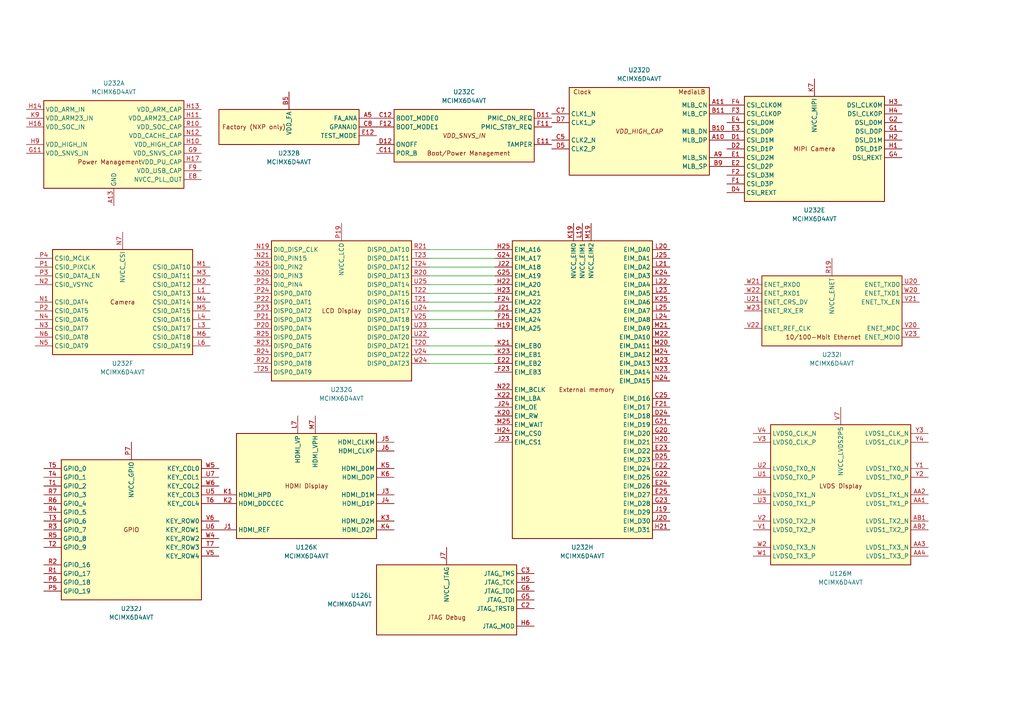
<source format=kicad_sch>
(kicad_sch (version 20250114) (generator "eeschema") (generator_version "9.0")
  (paper "A4")
  (wire (pts (xy 143.51 102.87) (xy 124.46 102.87)))
  (wire (pts (xy 143.51 87.63) (xy 124.46 87.63)))
  (wire (pts (xy 143.51 100.33) (xy 124.46 100.33)))
  (wire (pts (xy 143.51 95.25) (xy 124.46 95.25)))
  (wire (pts (xy 143.51 85.09) (xy 124.46 85.09)))
  (wire (pts (xy 143.51 74.93) (xy 124.46 74.93)))
  (wire (pts (xy 143.51 77.47) (xy 124.46 77.47)))
  (wire (pts (xy 143.51 82.55) (xy 124.46 82.55)))
  (wire (pts (xy 143.51 80.01) (xy 124.46 80.01)))
  (wire (pts (xy 143.51 72.39) (xy 124.46 72.39)))
  (wire (pts (xy 143.51 90.17) (xy 124.46 90.17)))
  (wire (pts (xy 143.51 105.41) (xy 124.46 105.41)))
  (wire (pts (xy 143.51 92.71) (xy 124.46 92.71)))
  (symbol (lib_id "CPU_NXP_IMX:MCIMX6D4AVT") (at 241.3 90.17 0) (unit 9)
    (property "Reference" "U232" (at 241.3 102.87 0))
    (property "Value" "MCIMX6D4AVT" (at 241.3 105.41 0))
    (property "Footprint" "Package_BGA:BGA-624_21x21mm_Layout25x25_P0.8mm" (effects (hide yes)))
    (property "Datasheet" "https://www.nxp.com/docs/en/data-sheet/IMX6DQAEC.pdf" (effects (hide yes)))
    (property "Description" "i.MX 6Dual Automotive and Infotainment Application Processor, BGA-624" (effects (hide yes)))
  )
  (symbol (lib_id "CPU_NXP_IMX:MCIMX6D4AVT") (at 185.42 38.1 0) (unit 4)
    (property "Reference" "U232" (at 185.42 20.32 0))
    (property "Value" "MCIMX6D4AVT" (at 185.42 22.86 0))
    (property "Footprint" "Package_BGA:BGA-624_21x21mm_Layout25x25_P0.8mm" (effects (hide yes)))
    (property "Datasheet" "https://www.nxp.com/docs/en/data-sheet/IMX6DQAEC.pdf" (effects (hide yes)))
    (property "Description" "i.MX 6Dual Automotive and Infotainment Application Processor, BGA-624" (effects (hide yes)))
  )
  (symbol (lib_id "CPU_NXP_IMX:MCIMX6D4AVT") (at 134.62 39.37 0) (unit 3)
    (property "Reference" "U232" (at 134.62 26.67 0))
    (property "Value" "MCIMX6D4AVT" (at 134.62 29.21 0))
    (property "Footprint" "Package_BGA:BGA-624_21x21mm_Layout25x25_P0.8mm" (effects (hide yes)))
    (property "Datasheet" "https://www.nxp.com/docs/en/data-sheet/IMX6DQAEC.pdf" (effects (hide yes)))
    (property "Description" "i.MX 6Dual Automotive and Infotainment Application Processor, BGA-624" (effects (hide yes)))
  )
  (symbol (lib_id "CPU_NXP_IMX:MCIMX6D4AVT") (at 243.84 143.51 0) (unit 13)
    (property "Reference" "U126" (at 243.84 166.37 0))
    (property "Value" "MCIMX6D4AVT" (at 243.84 168.91 0))
    (property "Footprint" "Package_BGA:BGA-624_21x21mm_Layout25x25_P0.8mm" (effects (hide yes)))
    (property "Datasheet" "https://www.nxp.com/docs/en/data-sheet/IMX6DQAEC.pdf" (effects (hide yes)))
    (property "Description" "i.MX 6Dual Automotive and Infotainment Application Processor, BGA-624" (effects (hide yes)))
  )
  (symbol (lib_id "CPU_NXP_IMX:MCIMX6D4AVT") (at 236.22 43.18 0) (unit 5)
    (property "Reference" "U232" (at 236.22 60.96 0))
    (property "Value" "MCIMX6D4AVT" (at 236.22 63.5 0))
    (property "Footprint" "Package_BGA:BGA-624_21x21mm_Layout25x25_P0.8mm" (effects (hide yes)))
    (property "Datasheet" "https://www.nxp.com/docs/en/data-sheet/IMX6DQAEC.pdf" (effects (hide yes)))
    (property "Description" "i.MX 6Dual Automotive and Infotainment Application Processor, BGA-624" (effects (hide yes)))
  )
  (symbol (lib_id "CPU_NXP_IMX:MCIMX6D4AVT") (at 168.91 113.03 0) (unit 8)
    (property "Reference" "U232" (at 168.91 158.75 0))
    (property "Value" "MCIMX6D4AVT" (at 168.91 161.29 0))
    (property "Footprint" "Package_BGA:BGA-624_21x21mm_Layout25x25_P0.8mm" (effects (hide yes)))
    (property "Datasheet" "https://www.nxp.com/docs/en/data-sheet/IMX6DQAEC.pdf" (effects (hide yes)))
    (property "Description" "i.MX 6Dual Automotive and Infotainment Application Processor, BGA-624" (effects (hide yes)))
  )
  (symbol (lib_id "CPU_NXP_IMX:MCIMX6D4AVT") (at 83.82 36.83 0) (unit 2)
    (property "Reference" "U232" (at 83.82 44.45 0))
    (property "Value" "MCIMX6D4AVT" (at 83.82 46.99 0))
    (property "Footprint" "Package_BGA:BGA-624_21x21mm_Layout25x25_P0.8mm" (effects (hide yes)))
    (property "Datasheet" "https://www.nxp.com/docs/en/data-sheet/IMX6DQAEC.pdf" (effects (hide yes)))
    (property "Description" "i.MX 6Dual Automotive and Infotainment Application Processor, BGA-624" (effects (hide yes)))
  )
  (symbol (lib_id "CPU_NXP_IMX:MCIMX6D4AVT") (at 129.54 173.99 0) (unit 12)
    (property "Reference" "U126" (at 107.95 172.7199 0) (effects (justify right)))
    (property "Value" "MCIMX6D4AVT" (at 107.95 175.2599 0) (effects (justify right)))
    (property "Footprint" "Package_BGA:BGA-624_21x21mm_Layout25x25_P0.8mm" (effects (hide yes)))
    (property "Datasheet" "https://www.nxp.com/docs/en/data-sheet/IMX6DQAEC.pdf" (effects (hide yes)))
    (property "Description" "i.MX 6Dual Automotive and Infotainment Application Processor, BGA-624" (effects (hide yes)))
  )
  (symbol (lib_id "CPU_NXP_IMX:MCIMX6D4AVT") (at 38.1 153.67 0) (unit 10)
    (property "Reference" "U232" (at 38.1 176.53 0))
    (property "Value" "MCIMX6D4AVT" (at 38.1 179.07 0))
    (property "Footprint" "Package_BGA:BGA-624_21x21mm_Layout25x25_P0.8mm" (effects (hide yes)))
    (property "Datasheet" "https://www.nxp.com/docs/en/data-sheet/IMX6DQAEC.pdf" (effects (hide yes)))
    (property "Description" "i.MX 6Dual Automotive and Infotainment Application Processor, BGA-624" (effects (hide yes)))
  )
  (symbol (lib_id "CPU_NXP_IMX:MCIMX6D4AVT") (at 88.9 140.97 0) (unit 11)
    (property "Reference" "U126" (at 88.9 158.75 0))
    (property "Value" "MCIMX6D4AVT" (at 88.9 161.29 0))
    (property "Footprint" "Package_BGA:BGA-624_21x21mm_Layout25x25_P0.8mm" (effects (hide yes)))
    (property "Datasheet" "https://www.nxp.com/docs/en/data-sheet/IMX6DQAEC.pdf" (effects (hide yes)))
    (property "Description" "i.MX 6Dual Automotive and Infotainment Application Processor, BGA-624" (effects (hide yes)))
  )
  (symbol (lib_id "CPU_NXP_IMX:MCIMX6D4AVT") (at 35.56 87.63 0) (unit 6)
    (property "Reference" "U232" (at 35.56 105.41 0))
    (property "Value" "MCIMX6D4AVT" (at 35.56 107.95 0))
    (property "Footprint" "Package_BGA:BGA-624_21x21mm_Layout25x25_P0.8mm" (effects (hide yes)))
    (property "Datasheet" "https://www.nxp.com/docs/en/data-sheet/IMX6DQAEC.pdf" (effects (hide yes)))
    (property "Description" "i.MX 6Dual Automotive and Infotainment Application Processor, BGA-624" (effects (hide yes)))
  )
  (symbol (lib_id "CPU_NXP_IMX:MCIMX6D4AVT") (at 99.06 90.17 0) (unit 7)
    (property "Reference" "U232" (at 99.06 113.03 0))
    (property "Value" "MCIMX6D4AVT" (at 99.06 115.57 0))
    (property "Footprint" "Package_BGA:BGA-624_21x21mm_Layout25x25_P0.8mm" (effects (hide yes)))
    (property "Datasheet" "https://www.nxp.com/docs/en/data-sheet/IMX6DQAEC.pdf" (effects (hide yes)))
    (property "Description" "i.MX 6Dual Automotive and Infotainment Application Processor, BGA-624" (effects (hide yes)))
  )
  (symbol (lib_id "CPU_NXP_IMX:MCIMX6D4AVT") (at 33.02 41.91 0) (unit 1)
    (property "Reference" "U232" (at 33.02 24.13 0))
    (property "Value" "MCIMX6D4AVT" (at 33.02 26.67 0))
    (property "Footprint" "Package_BGA:BGA-624_21x21mm_Layout25x25_P0.8mm" (effects (hide yes)))
    (property "Datasheet" "https://www.nxp.com/docs/en/data-sheet/IMX6DQAEC.pdf" (effects (hide yes)))
    (property "Description" "i.MX 6Dual Automotive and Infotainment Application Processor, BGA-624" (effects (hide yes)))
  )
)
</source>
